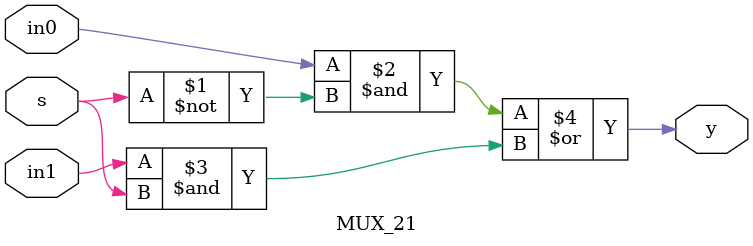
<source format=v>
`timescale 1ns / 1ps

module MUX_21(
    input in0,
    input in1,
    input s,
    output y
    );
    
    assign y = (in0 & ~s) | (in1 & s);
endmodule

</source>
